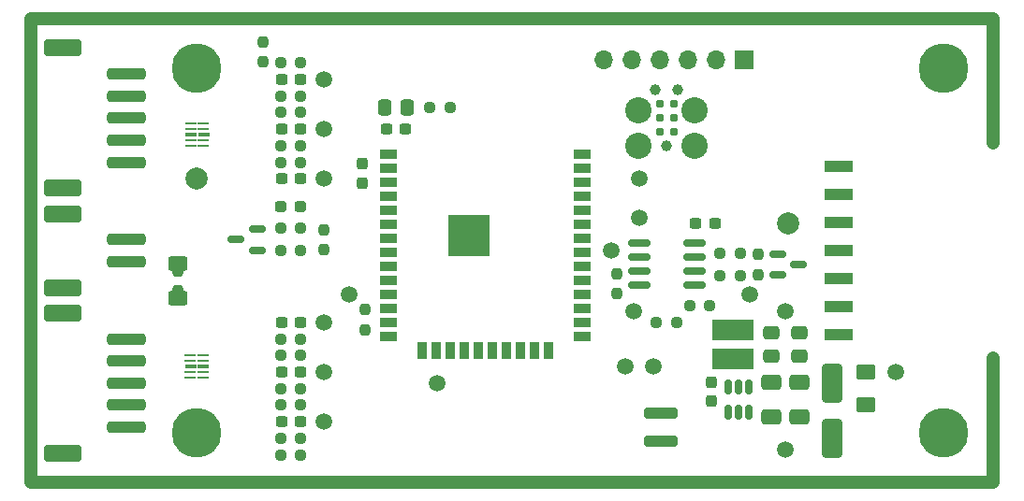
<source format=gbr>
%TF.GenerationSoftware,KiCad,Pcbnew,8.0.4*%
%TF.CreationDate,2024-11-25T16:05:12+13:00*%
%TF.ProjectId,CDRC,43445243-2e6b-4696-9361-645f70636258,B*%
%TF.SameCoordinates,Original*%
%TF.FileFunction,Soldermask,Top*%
%TF.FilePolarity,Negative*%
%FSLAX46Y46*%
G04 Gerber Fmt 4.6, Leading zero omitted, Abs format (unit mm)*
G04 Created by KiCad (PCBNEW 8.0.4) date 2024-11-25 16:05:12*
%MOMM*%
%LPD*%
G01*
G04 APERTURE LIST*
G04 Aperture macros list*
%AMRoundRect*
0 Rectangle with rounded corners*
0 $1 Rounding radius*
0 $2 $3 $4 $5 $6 $7 $8 $9 X,Y pos of 4 corners*
0 Add a 4 corners polygon primitive as box body*
4,1,4,$2,$3,$4,$5,$6,$7,$8,$9,$2,$3,0*
0 Add four circle primitives for the rounded corners*
1,1,$1+$1,$2,$3*
1,1,$1+$1,$4,$5*
1,1,$1+$1,$6,$7*
1,1,$1+$1,$8,$9*
0 Add four rect primitives between the rounded corners*
20,1,$1+$1,$2,$3,$4,$5,0*
20,1,$1+$1,$4,$5,$6,$7,0*
20,1,$1+$1,$6,$7,$8,$9,0*
20,1,$1+$1,$8,$9,$2,$3,0*%
G04 Aperture macros list end*
%ADD10C,0.100000*%
%ADD11C,1.200000*%
%ADD12RoundRect,0.237500X0.300000X0.237500X-0.300000X0.237500X-0.300000X-0.237500X0.300000X-0.237500X0*%
%ADD13C,2.000000*%
%ADD14C,1.500000*%
%ADD15RoundRect,0.237500X0.237500X-0.300000X0.237500X0.300000X-0.237500X0.300000X-0.237500X-0.300000X0*%
%ADD16RoundRect,0.237500X-0.237500X0.250000X-0.237500X-0.250000X0.237500X-0.250000X0.237500X0.250000X0*%
%ADD17RoundRect,0.237500X0.250000X0.237500X-0.250000X0.237500X-0.250000X-0.237500X0.250000X-0.237500X0*%
%ADD18RoundRect,0.250000X-0.625000X0.400000X-0.625000X-0.400000X0.625000X-0.400000X0.625000X0.400000X0*%
%ADD19RoundRect,0.250000X-0.475000X0.337500X-0.475000X-0.337500X0.475000X-0.337500X0.475000X0.337500X0*%
%ADD20RoundRect,0.237500X-0.250000X-0.237500X0.250000X-0.237500X0.250000X0.237500X-0.250000X0.237500X0*%
%ADD21R,1.500000X0.900000*%
%ADD22R,0.900000X1.500000*%
%ADD23C,0.600000*%
%ADD24R,3.800000X3.800000*%
%ADD25RoundRect,0.150000X0.587500X0.150000X-0.587500X0.150000X-0.587500X-0.150000X0.587500X-0.150000X0*%
%ADD26RoundRect,0.237500X0.237500X-0.250000X0.237500X0.250000X-0.237500X0.250000X-0.237500X-0.250000X0*%
%ADD27RoundRect,0.250000X-1.500000X0.250000X-1.500000X-0.250000X1.500000X-0.250000X1.500000X0.250000X0*%
%ADD28RoundRect,0.250001X-1.449999X0.499999X-1.449999X-0.499999X1.449999X-0.499999X1.449999X0.499999X0*%
%ADD29R,1.000000X0.250000*%
%ADD30R,1.000000X0.450000*%
%ADD31RoundRect,0.150000X-0.825000X-0.150000X0.825000X-0.150000X0.825000X0.150000X-0.825000X0.150000X0*%
%ADD32R,2.500000X1.000000*%
%ADD33RoundRect,0.237500X-0.287500X-0.237500X0.287500X-0.237500X0.287500X0.237500X-0.287500X0.237500X0*%
%ADD34RoundRect,0.250001X-0.624999X0.462499X-0.624999X-0.462499X0.624999X-0.462499X0.624999X0.462499X0*%
%ADD35R,1.700000X1.700000*%
%ADD36O,1.700000X1.700000*%
%ADD37RoundRect,0.150000X0.150000X-0.512500X0.150000X0.512500X-0.150000X0.512500X-0.150000X-0.512500X0*%
%ADD38RoundRect,0.250000X0.650000X-1.500000X0.650000X1.500000X-0.650000X1.500000X-0.650000X-1.500000X0*%
%ADD39RoundRect,0.164042X-1.335958X-0.335958X1.335958X-0.335958X1.335958X0.335958X-1.335958X0.335958X0*%
%ADD40R,3.700000X1.900000*%
%ADD41RoundRect,0.250000X0.337500X0.475000X-0.337500X0.475000X-0.337500X-0.475000X0.337500X-0.475000X0*%
%ADD42RoundRect,0.237500X-0.300000X-0.237500X0.300000X-0.237500X0.300000X0.237500X-0.300000X0.237500X0*%
%ADD43RoundRect,0.150000X-0.587500X-0.150000X0.587500X-0.150000X0.587500X0.150000X-0.587500X0.150000X0*%
%ADD44C,2.374900*%
%ADD45C,0.990600*%
%ADD46C,0.787400*%
%ADD47RoundRect,0.250000X0.650000X-0.412500X0.650000X0.412500X-0.650000X0.412500X-0.650000X-0.412500X0*%
%ADD48C,3.100000*%
%ADD49C,4.500000*%
G04 APERTURE END LIST*
D10*
X87750000Y-43000000D02*
X88000000Y-43000000D01*
D11*
X1000000Y-1000000D02*
X1000000Y-43000000D01*
X1000000Y-43000000D02*
X88000000Y-43000000D01*
X88000000Y-43000000D02*
X88000000Y-31750000D01*
X88000000Y-12250000D02*
X88000000Y-1000000D01*
X88000000Y-1000000D02*
X1000000Y-1000000D01*
D12*
%TO.C,C503*%
X25362500Y-11000000D03*
X23637500Y-11000000D03*
%TD*%
D13*
%TO.C,TP101*%
X69500000Y-19500000D03*
%TD*%
D14*
%TO.C,TP505*%
X27500000Y-6500000D03*
%TD*%
D15*
%TO.C,C401*%
X31000000Y-15862500D03*
X31000000Y-14137500D03*
%TD*%
D16*
%TO.C,R305*%
X54000000Y-24087500D03*
X54000000Y-25912500D03*
%TD*%
D17*
%TO.C,R505*%
X25412500Y-20000000D03*
X23587500Y-20000000D03*
%TD*%
D14*
%TO.C,TP204*%
X69250000Y-40000000D03*
%TD*%
%TO.C,TP308*%
X37750000Y-34000000D03*
%TD*%
D18*
%TO.C,R516*%
X14250000Y-23200000D03*
X14250000Y-26300000D03*
%TD*%
D19*
%TO.C,C205*%
X68000000Y-29462500D03*
X68000000Y-31537500D03*
%TD*%
%TO.C,C204*%
X70500000Y-29462500D03*
X70500000Y-31537500D03*
%TD*%
D17*
%TO.C,R512*%
X25412500Y-39000000D03*
X23587500Y-39000000D03*
%TD*%
D12*
%TO.C,C501*%
X25362500Y-33000000D03*
X23637500Y-33000000D03*
%TD*%
D17*
%TO.C,R304*%
X65162500Y-24250000D03*
X63337500Y-24250000D03*
%TD*%
D14*
%TO.C,TP203*%
X69250000Y-27500000D03*
%TD*%
D17*
%TO.C,R515*%
X25412500Y-14000000D03*
X23587500Y-14000000D03*
%TD*%
D20*
%TO.C,R302*%
X63337500Y-22250000D03*
X65162500Y-22250000D03*
%TD*%
D12*
%TO.C,C505*%
X25362500Y-37500000D03*
X23637500Y-37500000D03*
%TD*%
D21*
%TO.C,U401*%
X33350000Y-13260000D03*
X33350000Y-14530000D03*
X33350000Y-15800000D03*
X33350000Y-17070000D03*
X33350000Y-18340000D03*
X33350000Y-19610000D03*
X33350000Y-20880000D03*
X33350000Y-22150000D03*
X33350000Y-23420000D03*
X33350000Y-24690000D03*
X33350000Y-25960000D03*
X33350000Y-27230000D03*
X33350000Y-28500000D03*
X33350000Y-29770000D03*
D22*
X36385000Y-31020000D03*
X37655000Y-31020000D03*
X38925000Y-31020000D03*
X40195000Y-31020000D03*
X41465000Y-31020000D03*
X42735000Y-31020000D03*
X44005000Y-31020000D03*
X45275000Y-31020000D03*
X46545000Y-31020000D03*
X47815000Y-31020000D03*
D21*
X50850000Y-29770000D03*
X50850000Y-28500000D03*
X50850000Y-27230000D03*
X50850000Y-25960000D03*
X50850000Y-24690000D03*
X50850000Y-23420000D03*
X50850000Y-22150000D03*
X50850000Y-20880000D03*
X50850000Y-19610000D03*
X50850000Y-18340000D03*
X50850000Y-17070000D03*
X50850000Y-15800000D03*
X50850000Y-14530000D03*
X50850000Y-13260000D03*
D23*
X39200000Y-19900000D03*
X39200000Y-21300000D03*
X39900000Y-19200000D03*
X39900000Y-20600000D03*
X39900000Y-22000000D03*
X40600000Y-19900000D03*
D24*
X40600000Y-20600000D03*
D23*
X40600000Y-21300000D03*
X41300000Y-19200000D03*
X41300000Y-20600000D03*
X41300000Y-22000000D03*
X42000000Y-19900000D03*
X42000000Y-21300000D03*
%TD*%
D25*
%TO.C,Q501*%
X21437500Y-21950000D03*
X21437500Y-20050000D03*
X19562500Y-21000000D03*
%TD*%
D26*
%TO.C,R301*%
X31250000Y-29162500D03*
X31250000Y-27337500D03*
%TD*%
D14*
%TO.C,TP304*%
X29750000Y-26000000D03*
%TD*%
D20*
%TO.C,R504*%
X23587500Y-30000000D03*
X25412500Y-30000000D03*
%TD*%
D27*
%TO.C,J502*%
X9600000Y-21000000D03*
X9600000Y-23000000D03*
D28*
X3850000Y-18650000D03*
X3850000Y-25350000D03*
%TD*%
D29*
%TO.C,U501*%
X15375000Y-31500000D03*
X15375000Y-32000000D03*
D30*
X15450000Y-32500000D03*
D29*
X15375000Y-33000000D03*
X15375000Y-33500000D03*
X16525000Y-33500000D03*
X16525000Y-33000000D03*
D30*
X16575000Y-32500000D03*
D29*
X16525000Y-32000000D03*
X16525000Y-31500000D03*
%TD*%
D31*
%TO.C,IC301*%
X56025000Y-21345000D03*
X56025000Y-22615000D03*
X56025000Y-23885000D03*
X56025000Y-25155000D03*
X60975000Y-25155000D03*
X60975000Y-23885000D03*
X60975000Y-22615000D03*
X60975000Y-21345000D03*
%TD*%
D14*
%TO.C,TP303*%
X56000000Y-19000000D03*
%TD*%
D26*
%TO.C,R509*%
X22000000Y-4912500D03*
X22000000Y-3087500D03*
%TD*%
D12*
%TO.C,C502*%
X25362500Y-28500000D03*
X23637500Y-28500000D03*
%TD*%
%TO.C,C506*%
X25362500Y-15500000D03*
X23637500Y-15500000D03*
%TD*%
D14*
%TO.C,TP307*%
X54750000Y-32500000D03*
%TD*%
D20*
%TO.C,R513*%
X23587500Y-40500000D03*
X25412500Y-40500000D03*
%TD*%
%TO.C,R511*%
X23587500Y-5000000D03*
X25412500Y-5000000D03*
%TD*%
D17*
%TO.C,R503*%
X25412500Y-22000000D03*
X23587500Y-22000000D03*
%TD*%
D32*
%TO.C,J101*%
X74025000Y-29620000D03*
X74025000Y-27080000D03*
X74025000Y-24540000D03*
X74025000Y-22000000D03*
X74025000Y-19460000D03*
X74025000Y-16920000D03*
X74025000Y-14380000D03*
%TD*%
D17*
%TO.C,R502*%
X25412500Y-34500000D03*
X23587500Y-34500000D03*
%TD*%
D14*
%TO.C,TP302*%
X53500000Y-22000000D03*
%TD*%
D15*
%TO.C,C201*%
X62500000Y-35612500D03*
X62500000Y-33887500D03*
%TD*%
D33*
%TO.C,D401*%
X23625000Y-18000000D03*
X25375000Y-18000000D03*
%TD*%
D17*
%TO.C,R201*%
X62412500Y-27000000D03*
X60587500Y-27000000D03*
%TD*%
D34*
%TO.C,F201*%
X76500000Y-33012500D03*
X76500000Y-35987500D03*
%TD*%
D35*
%TO.C,J301*%
X65500000Y-4750000D03*
D36*
X62960000Y-4750000D03*
X60420000Y-4750000D03*
X57880000Y-4750000D03*
X55340000Y-4750000D03*
X52800000Y-4750000D03*
%TD*%
D14*
%TO.C,TP506*%
X27500000Y-15500000D03*
%TD*%
%TO.C,TP501*%
X27500000Y-33000000D03*
%TD*%
%TO.C,TP103*%
X66000000Y-26000000D03*
%TD*%
D37*
%TO.C,U201*%
X64050000Y-36637500D03*
X65000000Y-36637500D03*
X65950000Y-36637500D03*
X65950000Y-34362500D03*
X65000000Y-34362500D03*
X64050000Y-34362500D03*
%TD*%
D38*
%TO.C,D202*%
X73500000Y-39000000D03*
X73500000Y-34000000D03*
%TD*%
D39*
%TO.C,C206*%
X58000000Y-39250000D03*
X58000000Y-36750000D03*
%TD*%
D40*
%TO.C,L201*%
X64500000Y-31850000D03*
X64500000Y-29150000D03*
%TD*%
D20*
%TO.C,R508*%
X23587500Y-8000000D03*
X25412500Y-8000000D03*
%TD*%
%TO.C,R514*%
X23587500Y-12500000D03*
X25412500Y-12500000D03*
%TD*%
%TO.C,R401*%
X37087500Y-9000000D03*
X38912500Y-9000000D03*
%TD*%
D41*
%TO.C,C402*%
X35037500Y-9000000D03*
X32962500Y-9000000D03*
%TD*%
D14*
%TO.C,TP301*%
X55500000Y-27500000D03*
%TD*%
D42*
%TO.C,C301*%
X61137500Y-19500000D03*
X62862500Y-19500000D03*
%TD*%
D14*
%TO.C,TP305*%
X57250000Y-32500000D03*
%TD*%
D43*
%TO.C,D301*%
X68562500Y-22300000D03*
X68562500Y-24200000D03*
X70437500Y-23250000D03*
%TD*%
D14*
%TO.C,TP503*%
X27500000Y-37500000D03*
%TD*%
%TO.C,TP502*%
X27500000Y-28500000D03*
%TD*%
D44*
%TO.C,J401*%
X55960000Y-12500000D03*
D45*
X58500000Y-12500000D03*
D44*
X61040000Y-12500000D03*
X55960000Y-9325000D03*
X61040000Y-9325000D03*
D45*
X57484000Y-7420000D03*
X59516000Y-7420000D03*
D46*
X59135000Y-11230000D03*
X57865000Y-11230000D03*
X59135000Y-9960000D03*
X57865000Y-9960000D03*
X59135000Y-8690000D03*
X57865000Y-8690000D03*
%TD*%
D14*
%TO.C,TP102*%
X79250000Y-33000000D03*
%TD*%
%TO.C,TP504*%
X27500000Y-11000000D03*
%TD*%
D12*
%TO.C,C504*%
X25362500Y-6500000D03*
X23637500Y-6500000D03*
%TD*%
D27*
%TO.C,J504*%
X9600000Y-6000000D03*
X9600000Y-8000000D03*
X9600000Y-10000000D03*
X9600000Y-12000000D03*
X9600000Y-14000000D03*
D28*
X3850000Y-3650000D03*
X3850000Y-16350000D03*
%TD*%
D17*
%TO.C,R510*%
X25412500Y-9500000D03*
X23587500Y-9500000D03*
%TD*%
D26*
%TO.C,R501*%
X14250000Y-25662500D03*
X14250000Y-23837500D03*
%TD*%
D20*
%TO.C,R506*%
X23587500Y-31500000D03*
X25412500Y-31500000D03*
%TD*%
D29*
%TO.C,U502*%
X15425000Y-10500000D03*
X15425000Y-11000000D03*
D30*
X15500000Y-11500000D03*
D29*
X15425000Y-12000000D03*
X15425000Y-12500000D03*
X16575000Y-12500000D03*
X16575000Y-12000000D03*
D30*
X16625000Y-11500000D03*
D29*
X16575000Y-11000000D03*
X16575000Y-10500000D03*
%TD*%
D14*
%TO.C,TP306*%
X56000000Y-15500000D03*
%TD*%
D47*
%TO.C,C203*%
X68000000Y-37062500D03*
X68000000Y-33937500D03*
%TD*%
D27*
%TO.C,J501*%
X9600000Y-30000000D03*
X9600000Y-32000000D03*
X9600000Y-34000000D03*
X9600000Y-36000000D03*
X9600000Y-38000000D03*
D28*
X3850000Y-27650000D03*
X3850000Y-40350000D03*
%TD*%
D16*
%TO.C,R303*%
X66750000Y-22337500D03*
X66750000Y-24162500D03*
%TD*%
D20*
%TO.C,R403*%
X57587500Y-28500000D03*
X59412500Y-28500000D03*
%TD*%
D47*
%TO.C,C202*%
X70500000Y-37062500D03*
X70500000Y-33937500D03*
%TD*%
D20*
%TO.C,R507*%
X23587500Y-36000000D03*
X25412500Y-36000000D03*
%TD*%
D26*
%TO.C,R402*%
X27500000Y-21912500D03*
X27500000Y-20087500D03*
%TD*%
D12*
%TO.C,C403*%
X34862500Y-11000000D03*
X33137500Y-11000000D03*
%TD*%
D13*
%TO.C,TP508*%
X16000000Y-15500000D03*
%TD*%
D48*
%TO.C,H104*%
X83500000Y-38500000D03*
D49*
X83500000Y-38500000D03*
%TD*%
D48*
%TO.C,H102*%
X83500000Y-5500000D03*
D49*
X83500000Y-5500000D03*
%TD*%
D48*
%TO.C,H103*%
X16000000Y-5500000D03*
D49*
X16000000Y-5500000D03*
%TD*%
D48*
%TO.C,H101*%
X16000000Y-38500000D03*
D49*
X16000000Y-38500000D03*
%TD*%
M02*

</source>
